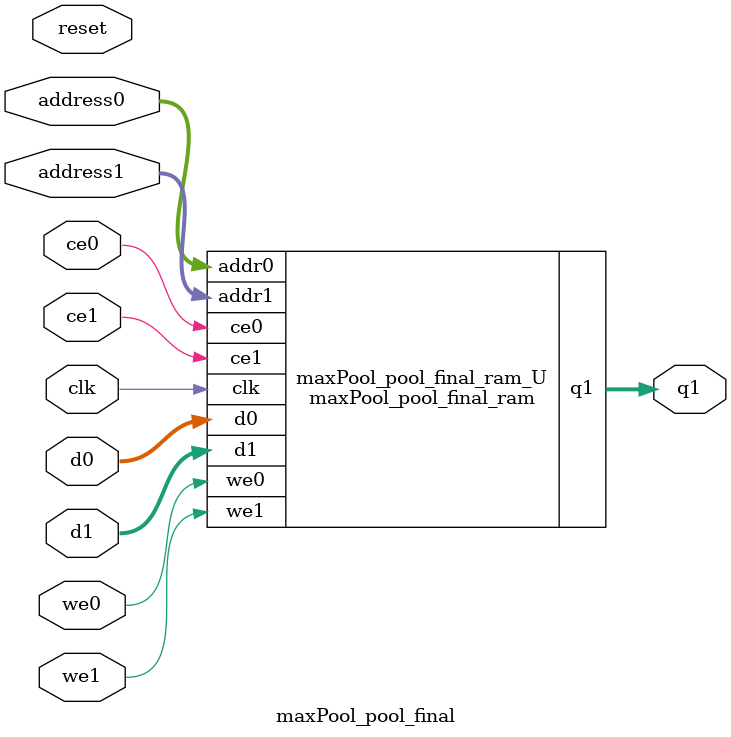
<source format=v>
`timescale 1 ns / 1 ps
module maxPool_pool_final_ram (addr0, ce0, d0, we0, addr1, ce1, d1, we1, q1,  clk);

parameter DWIDTH = 8;
parameter AWIDTH = 4;
parameter MEM_SIZE = 16;

input[AWIDTH-1:0] addr0;
input ce0;
input[DWIDTH-1:0] d0;
input we0;
input[AWIDTH-1:0] addr1;
input ce1;
input[DWIDTH-1:0] d1;
input we1;
output reg[DWIDTH-1:0] q1;
input clk;

reg [DWIDTH-1:0] ram[0:MEM_SIZE-1];




always @(posedge clk)  
begin 
    if (ce0) begin
        if (we0) 
            ram[addr0] <= d0; 
    end
end


always @(posedge clk)  
begin 
    if (ce1) begin
        if (we1) 
            ram[addr1] <= d1; 
        q1 <= ram[addr1];
    end
end


endmodule

`timescale 1 ns / 1 ps
module maxPool_pool_final(
    reset,
    clk,
    address0,
    ce0,
    we0,
    d0,
    address1,
    ce1,
    we1,
    d1,
    q1);

parameter DataWidth = 32'd8;
parameter AddressRange = 32'd16;
parameter AddressWidth = 32'd4;
input reset;
input clk;
input[AddressWidth - 1:0] address0;
input ce0;
input we0;
input[DataWidth - 1:0] d0;
input[AddressWidth - 1:0] address1;
input ce1;
input we1;
input[DataWidth - 1:0] d1;
output[DataWidth - 1:0] q1;



maxPool_pool_final_ram maxPool_pool_final_ram_U(
    .clk( clk ),
    .addr0( address0 ),
    .ce0( ce0 ),
    .we0( we0 ),
    .d0( d0 ),
    .addr1( address1 ),
    .ce1( ce1 ),
    .we1( we1 ),
    .d1( d1 ),
    .q1( q1 ));

endmodule


</source>
